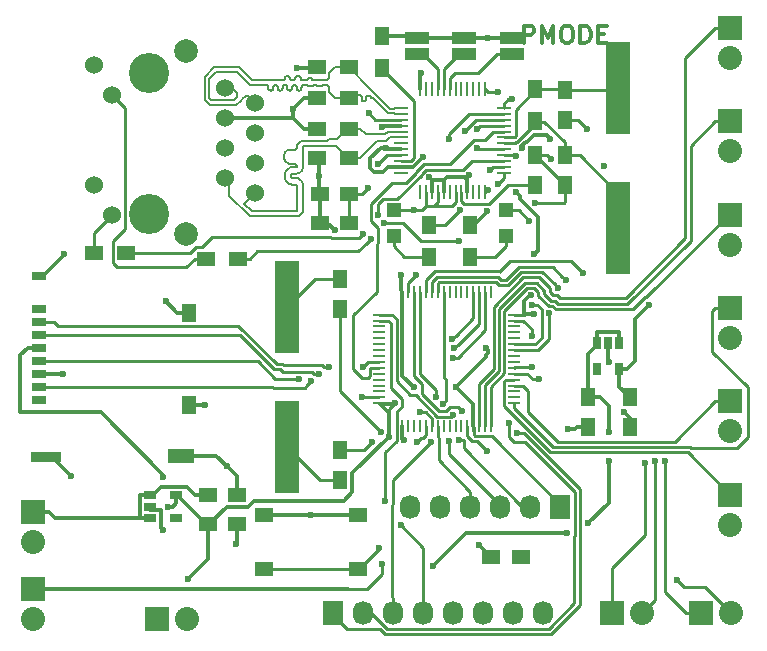
<source format=gbr>
G04 #@! TF.FileFunction,Copper,L1,Top,Signal*
%FSLAX46Y46*%
G04 Gerber Fmt 4.6, Leading zero omitted, Abs format (unit mm)*
G04 Created by KiCad (PCBNEW 4.0.6-e0-6349~53~ubuntu16.04.1) date Mon Jul 24 21:03:44 2017*
%MOMM*%
%LPD*%
G01*
G04 APERTURE LIST*
%ADD10C,0.100000*%
%ADD11C,0.300000*%
%ADD12R,1.300000X0.250000*%
%ADD13R,0.250000X1.300000*%
%ADD14R,1.250000X1.500000*%
%ADD15R,1.500000X1.250000*%
%ADD16R,1.240000X0.800000*%
%ADD17R,1.150000X1.500000*%
%ADD18R,2.200000X1.150000*%
%ADD19R,2.500000X0.950000*%
%ADD20R,1.200000X1.200000*%
%ADD21R,2.000000X1.000000*%
%ADD22R,1.727200X2.032000*%
%ADD23O,1.727200X2.032000*%
%ADD24R,2.032000X2.032000*%
%ADD25O,2.032000X2.032000*%
%ADD26C,1.524000*%
%ADD27C,2.000000*%
%ADD28C,3.400000*%
%ADD29R,1.300000X1.500000*%
%ADD30R,1.500000X1.300000*%
%ADD31R,0.250000X1.000000*%
%ADD32R,1.000000X0.250000*%
%ADD33R,1.060000X0.650000*%
%ADD34R,0.650000X1.060000*%
%ADD35R,2.000000X7.875000*%
%ADD36R,1.550000X1.300000*%
%ADD37C,0.600000*%
%ADD38C,0.350000*%
%ADD39C,0.250000*%
%ADD40C,0.200000*%
G04 APERTURE END LIST*
D10*
D11*
X73035714Y-23278571D02*
X73035714Y-21778571D01*
X73607142Y-21778571D01*
X73750000Y-21850000D01*
X73821428Y-21921429D01*
X73892857Y-22064286D01*
X73892857Y-22278571D01*
X73821428Y-22421429D01*
X73750000Y-22492857D01*
X73607142Y-22564286D01*
X73035714Y-22564286D01*
X74535714Y-23278571D02*
X74535714Y-21778571D01*
X75035714Y-22850000D01*
X75535714Y-21778571D01*
X75535714Y-23278571D01*
X76535714Y-21778571D02*
X76821428Y-21778571D01*
X76964286Y-21850000D01*
X77107143Y-21992857D01*
X77178571Y-22278571D01*
X77178571Y-22778571D01*
X77107143Y-23064286D01*
X76964286Y-23207143D01*
X76821428Y-23278571D01*
X76535714Y-23278571D01*
X76392857Y-23207143D01*
X76250000Y-23064286D01*
X76178571Y-22778571D01*
X76178571Y-22278571D01*
X76250000Y-21992857D01*
X76392857Y-21850000D01*
X76535714Y-21778571D01*
X77821429Y-23278571D02*
X77821429Y-21778571D01*
X78178572Y-21778571D01*
X78392857Y-21850000D01*
X78535715Y-21992857D01*
X78607143Y-22135714D01*
X78678572Y-22421429D01*
X78678572Y-22635714D01*
X78607143Y-22921429D01*
X78535715Y-23064286D01*
X78392857Y-23207143D01*
X78178572Y-23278571D01*
X77821429Y-23278571D01*
X79321429Y-22492857D02*
X79821429Y-22492857D01*
X80035715Y-23278571D02*
X79321429Y-23278571D01*
X79321429Y-21778571D01*
X80035715Y-21778571D01*
D12*
X62650000Y-28750000D03*
X62650000Y-29250000D03*
X62650000Y-29750000D03*
X62650000Y-30250000D03*
X62650000Y-30750000D03*
X62650000Y-31250000D03*
X62650000Y-31750000D03*
X62650000Y-32250000D03*
X62650000Y-32750000D03*
X62650000Y-33250000D03*
X62650000Y-33750000D03*
X62650000Y-34250000D03*
D13*
X64250000Y-35850000D03*
X64750000Y-35850000D03*
X65250000Y-35850000D03*
X65750000Y-35850000D03*
X66250000Y-35850000D03*
X66750000Y-35850000D03*
X67250000Y-35850000D03*
X67750000Y-35850000D03*
X68250000Y-35850000D03*
X68750000Y-35850000D03*
X69250000Y-35850000D03*
X69750000Y-35850000D03*
D12*
X71350000Y-34250000D03*
X71350000Y-33750000D03*
X71350000Y-33250000D03*
X71350000Y-32750000D03*
X71350000Y-32250000D03*
X71350000Y-31750000D03*
X71350000Y-31250000D03*
X71350000Y-30750000D03*
X71350000Y-30250000D03*
X71350000Y-29750000D03*
X71350000Y-29250000D03*
X71350000Y-28750000D03*
D13*
X69750000Y-27150000D03*
X69250000Y-27150000D03*
X68750000Y-27150000D03*
X68250000Y-27150000D03*
X67750000Y-27150000D03*
X67250000Y-27150000D03*
X66750000Y-27150000D03*
X66250000Y-27150000D03*
X65750000Y-27150000D03*
X65250000Y-27150000D03*
X64750000Y-27150000D03*
X64250000Y-27150000D03*
D14*
X57500000Y-43250000D03*
X57500000Y-45750000D03*
X57500000Y-60250000D03*
X57500000Y-57750000D03*
D15*
X46250000Y-61500000D03*
X48750000Y-61500000D03*
X46250000Y-64000000D03*
X48750000Y-64000000D03*
D14*
X78500000Y-53250000D03*
X78500000Y-55750000D03*
X82000000Y-53250000D03*
X82000000Y-55750000D03*
X76500000Y-32750000D03*
X76500000Y-35250000D03*
X76500000Y-27250000D03*
X76500000Y-29750000D03*
D15*
X55750000Y-38500000D03*
X58250000Y-38500000D03*
X55750000Y-36000000D03*
X58250000Y-36000000D03*
D16*
X32000000Y-45750006D03*
X32000000Y-46857148D03*
X32000000Y-47964290D03*
X32000000Y-49071432D03*
X32000000Y-50178574D03*
X32000000Y-51285716D03*
X32000000Y-52392858D03*
X32000000Y-53500000D03*
X32000000Y-43000000D03*
D17*
X44700000Y-46100000D03*
X44700000Y-53900000D03*
D18*
X44000000Y-58200000D03*
D19*
X32600000Y-58300000D03*
D20*
X62000000Y-39600000D03*
X62000000Y-37400000D03*
X71500000Y-39600000D03*
X71500000Y-37400000D03*
D21*
X64000000Y-22800000D03*
X64000000Y-24200000D03*
X68000000Y-22800000D03*
X68000000Y-24200000D03*
X72000000Y-22800000D03*
X72000000Y-24200000D03*
D22*
X76120000Y-62500000D03*
D23*
X73580000Y-62500000D03*
X71040000Y-62500000D03*
X68500000Y-62500000D03*
X65960000Y-62500000D03*
X63420000Y-62500000D03*
D24*
X90500000Y-21960000D03*
D25*
X90500000Y-24500000D03*
D24*
X90500000Y-29868000D03*
D25*
X90500000Y-32408000D03*
D24*
X90500000Y-37776000D03*
D25*
X90500000Y-40316000D03*
D24*
X90500000Y-45684000D03*
D25*
X90500000Y-48224000D03*
D24*
X90500000Y-53592000D03*
D25*
X90500000Y-56132000D03*
D24*
X90500000Y-61500000D03*
D25*
X90500000Y-64040000D03*
D22*
X56880000Y-71500000D03*
D23*
X59420000Y-71500000D03*
X61960000Y-71500000D03*
X64500000Y-71500000D03*
X67040000Y-71500000D03*
X69580000Y-71500000D03*
X72120000Y-71500000D03*
X74660000Y-71500000D03*
D24*
X80460000Y-71500000D03*
D25*
X83000000Y-71500000D03*
D24*
X88000000Y-71500000D03*
D25*
X90540000Y-71500000D03*
D24*
X31500000Y-62960000D03*
D25*
X31500000Y-65500000D03*
D24*
X42000000Y-72000000D03*
D25*
X44540000Y-72000000D03*
D24*
X31500000Y-69460000D03*
D25*
X31500000Y-72000000D03*
D26*
X47700000Y-27050000D03*
X50300000Y-28350000D03*
X47700000Y-29583333D03*
X50300000Y-30883333D03*
X47700000Y-32116666D03*
X50300000Y-33416666D03*
X47700000Y-34649999D03*
X50300000Y-35949999D03*
D27*
X44400000Y-39400000D03*
X44400000Y-23900000D03*
D26*
X38150000Y-27650000D03*
X36650000Y-25100000D03*
X38150000Y-37800000D03*
X36650000Y-35300000D03*
D28*
X41300000Y-37700000D03*
X41300000Y-25800000D03*
D29*
X74000000Y-29850000D03*
X74000000Y-27150000D03*
X61000000Y-25350000D03*
X61000000Y-22650000D03*
D30*
X48850000Y-41500000D03*
X46150000Y-41500000D03*
X39350000Y-41000000D03*
X36650000Y-41000000D03*
D29*
X68500000Y-38650000D03*
X68500000Y-41350000D03*
X65000000Y-38650000D03*
X65000000Y-41350000D03*
D30*
X55500000Y-33000000D03*
X58200000Y-33000000D03*
X55500000Y-30500000D03*
X58200000Y-30500000D03*
X55500000Y-25300000D03*
X58200000Y-25300000D03*
X55500000Y-27900000D03*
X58200000Y-27900000D03*
D31*
X62750000Y-55700000D03*
X63250000Y-55700000D03*
X63750000Y-55700000D03*
X64250000Y-55700000D03*
X64750000Y-55700000D03*
X65250000Y-55700000D03*
X65750000Y-55700000D03*
X66250000Y-55700000D03*
X66750000Y-55700000D03*
X67250000Y-55700000D03*
X67750000Y-55700000D03*
X68250000Y-55700000D03*
X68750000Y-55700000D03*
X69250000Y-55700000D03*
X69750000Y-55700000D03*
X70250000Y-55700000D03*
D32*
X72200000Y-53750000D03*
X72200000Y-53250000D03*
X72200000Y-52750000D03*
X72200000Y-52250000D03*
X72200000Y-51750000D03*
X72200000Y-51250000D03*
X72200000Y-50750000D03*
X72200000Y-50250000D03*
X72200000Y-49750000D03*
X72200000Y-49250000D03*
X72200000Y-48750000D03*
X72200000Y-48250000D03*
X72200000Y-47750000D03*
X72200000Y-47250000D03*
X72200000Y-46750000D03*
X72200000Y-46250000D03*
D31*
X70250000Y-44300000D03*
X69750000Y-44300000D03*
X69250000Y-44300000D03*
X68750000Y-44300000D03*
X68250000Y-44300000D03*
X67750000Y-44300000D03*
X67250000Y-44300000D03*
X66750000Y-44300000D03*
X66250000Y-44300000D03*
X65750000Y-44300000D03*
X65250000Y-44300000D03*
X64750000Y-44300000D03*
X64250000Y-44300000D03*
X63750000Y-44300000D03*
X63250000Y-44300000D03*
X62750000Y-44300000D03*
D32*
X60800000Y-46250000D03*
X60800000Y-46750000D03*
X60800000Y-47250000D03*
X60800000Y-47750000D03*
X60800000Y-48250000D03*
X60800000Y-48750000D03*
X60800000Y-49250000D03*
X60800000Y-49750000D03*
X60800000Y-50250000D03*
X60800000Y-50750000D03*
X60800000Y-51250000D03*
X60800000Y-51750000D03*
X60800000Y-52250000D03*
X60800000Y-52750000D03*
X60800000Y-53250000D03*
X60800000Y-53750000D03*
D33*
X41400000Y-61550000D03*
X41400000Y-62500000D03*
X41400000Y-63450000D03*
X43600000Y-63450000D03*
X43600000Y-61550000D03*
D34*
X81125000Y-48610952D03*
X80175000Y-48610952D03*
X79225000Y-48610952D03*
X79225000Y-50810952D03*
X81125000Y-50810952D03*
D35*
X53000000Y-57437500D03*
X53000000Y-45562500D03*
X81000000Y-38937500D03*
X81000000Y-27062500D03*
D14*
X74000000Y-35250000D03*
X74000000Y-32750000D03*
D15*
X70250000Y-66750000D03*
X72750000Y-66750000D03*
D36*
X51025000Y-63250000D03*
X58975000Y-63250000D03*
X51025000Y-67750000D03*
X58975000Y-67750000D03*
D37*
X55000000Y-63250000D03*
X73700000Y-48100000D03*
X63900000Y-42900000D03*
X34000000Y-51300000D03*
X34700000Y-59900000D03*
X42500000Y-64500000D03*
X48700000Y-65700000D03*
X47900000Y-59100000D03*
X46000000Y-53900000D03*
X42700000Y-45100000D03*
X34100000Y-41100000D03*
X69900000Y-57800000D03*
X59300000Y-53200000D03*
X81500000Y-54500000D03*
X76800000Y-55900000D03*
X80200000Y-50300000D03*
X69100000Y-32100000D03*
X79800000Y-33700000D03*
X75300000Y-33100000D03*
X78400000Y-30500000D03*
X74000000Y-36800000D03*
X73500000Y-38300000D03*
X63700000Y-37400000D03*
X59800000Y-35500000D03*
X60700000Y-33500000D03*
X59900000Y-29200000D03*
X70000000Y-22800000D03*
X64300000Y-25800000D03*
X73900000Y-46200000D03*
X73900000Y-41123740D03*
X73627373Y-44623806D03*
X42910359Y-62526368D03*
X72374990Y-32794267D03*
X72374990Y-35900000D03*
X62600000Y-42900000D03*
X57000000Y-39100000D03*
X63700000Y-52400000D03*
X69800000Y-49100000D03*
X67300000Y-52400000D03*
X62100000Y-53700000D03*
X62900000Y-56900000D03*
X61600000Y-56600000D03*
X44600000Y-68600000D03*
X42500000Y-60000000D03*
X55700000Y-34500000D03*
X53800000Y-25400000D03*
X53500000Y-28800000D03*
X61327426Y-32137127D03*
X61000000Y-30375010D03*
X65013044Y-34614387D03*
X64500000Y-32900000D03*
X68400000Y-34400000D03*
X72874996Y-32104923D03*
X75269572Y-31345883D03*
X83600000Y-45400000D03*
X56500000Y-50700000D03*
X59369750Y-50709077D03*
X55700000Y-51300000D03*
X66665579Y-31414111D03*
X66945415Y-48339506D03*
X54000000Y-51700000D03*
X69100000Y-30500000D03*
X67000000Y-49900000D03*
X55000000Y-51900000D03*
X68008051Y-30708051D03*
X67147212Y-49113649D03*
X67054807Y-54704939D03*
X66702167Y-56959016D03*
X74325010Y-51700000D03*
X72425010Y-56300000D03*
X73700000Y-50700000D03*
X71800000Y-55400000D03*
X66173776Y-53777069D03*
X65200000Y-57000000D03*
X61300000Y-62000000D03*
X62600000Y-64100000D03*
X75940271Y-43996004D03*
X83300000Y-58800000D03*
X76600000Y-43325010D03*
X84100000Y-58600000D03*
X85000000Y-58600000D03*
X78000000Y-42700000D03*
X65600000Y-53200000D03*
X86000000Y-68700000D03*
X60079131Y-39849836D03*
X61200000Y-38500000D03*
X67500000Y-40000000D03*
X70800000Y-35200000D03*
X59412022Y-39408265D03*
X60700000Y-37800000D03*
X69974990Y-35710087D03*
X69900000Y-37500000D03*
X70192404Y-33962206D03*
X67625010Y-37395131D03*
X75150012Y-46134901D03*
X70800000Y-27400000D03*
X73745493Y-45415050D03*
X72000000Y-28025010D03*
X67807575Y-54434090D03*
X67500000Y-56900000D03*
X64202024Y-54528668D03*
X60924990Y-56165143D03*
X60172695Y-57072695D03*
X64000000Y-57000000D03*
X60750000Y-66000000D03*
X69250000Y-65750000D03*
X61000000Y-67400000D03*
X65300000Y-67500000D03*
X76700000Y-64700000D03*
X78500000Y-63900000D03*
X80200000Y-58600000D03*
X80200000Y-56200000D03*
D38*
X55000000Y-63250000D02*
X51025000Y-63250000D01*
X58975000Y-63250000D02*
X55000000Y-63250000D01*
D39*
X72950000Y-46750000D02*
X73700000Y-47500000D01*
X72200000Y-46750000D02*
X72950000Y-46750000D01*
X73700000Y-47500000D02*
X73700000Y-48100000D01*
X63250000Y-44300000D02*
X63250000Y-43550000D01*
X63250000Y-43550000D02*
X63900000Y-42900000D01*
D38*
X32000000Y-51285716D02*
X33985716Y-51285716D01*
X33985716Y-51285716D02*
X34000000Y-51300000D01*
X32600000Y-58300000D02*
X33100000Y-58300000D01*
X33100000Y-58300000D02*
X34700000Y-59900000D01*
X42305001Y-64305001D02*
X42500000Y-64500000D01*
X41400000Y-62500000D02*
X41400000Y-62749999D01*
X41400000Y-62749999D02*
X42230001Y-62749999D01*
X42230001Y-62749999D02*
X42305001Y-62824999D01*
X42305001Y-62824999D02*
X42305001Y-64305001D01*
X48750000Y-64000000D02*
X48750000Y-65650000D01*
X48750000Y-65650000D02*
X48700000Y-65700000D01*
X47900000Y-59100000D02*
X48750000Y-59950000D01*
X47000000Y-58200000D02*
X47900000Y-59100000D01*
X48750000Y-59950000D02*
X48750000Y-61500000D01*
X44000000Y-58200000D02*
X47000000Y-58200000D01*
X44700000Y-53900000D02*
X46000000Y-53900000D01*
X44700000Y-46100000D02*
X43700000Y-46100000D01*
X43700000Y-46100000D02*
X42700000Y-45100000D01*
D39*
X32000000Y-43000000D02*
X32220000Y-43000000D01*
X32220000Y-43000000D02*
X34100000Y-41120000D01*
X34100000Y-41120000D02*
X34100000Y-41100000D01*
X68250000Y-55700000D02*
X68250000Y-56546413D01*
X68250000Y-56546413D02*
X68678599Y-56975012D01*
X68678599Y-56975012D02*
X69075012Y-56975012D01*
X69075012Y-56975012D02*
X69900000Y-57800000D01*
X60800000Y-53250000D02*
X59350000Y-53250000D01*
X59350000Y-53250000D02*
X59300000Y-53200000D01*
D38*
X82000000Y-55750000D02*
X82000000Y-55000000D01*
X82000000Y-55000000D02*
X81500000Y-54500000D01*
X77375000Y-55900000D02*
X76800000Y-55900000D01*
X78500000Y-55750000D02*
X77525000Y-55750000D01*
X77525000Y-55750000D02*
X77375000Y-55900000D01*
X80175000Y-48610952D02*
X80175000Y-50275000D01*
X80175000Y-50275000D02*
X80200000Y-50300000D01*
D39*
X72200000Y-46750000D02*
X72200000Y-46799999D01*
X71350000Y-32250000D02*
X69250000Y-32250000D01*
X69250000Y-32250000D02*
X69100000Y-32100000D01*
X74000000Y-32750000D02*
X74950000Y-32750000D01*
X74950000Y-32750000D02*
X75300000Y-33100000D01*
X76500000Y-29750000D02*
X77650000Y-29750000D01*
X77650000Y-29750000D02*
X78400000Y-30500000D01*
X76500000Y-35250000D02*
X74000000Y-32750000D01*
X76400000Y-36800000D02*
X76500000Y-36700000D01*
X76500000Y-36700000D02*
X76500000Y-35250000D01*
X74000000Y-36800000D02*
X76400000Y-36800000D01*
X71500000Y-37400000D02*
X72600000Y-37400000D01*
X72600000Y-37400000D02*
X73500000Y-38300000D01*
X63700000Y-37400000D02*
X64400000Y-37400000D01*
X62000000Y-37400000D02*
X63700000Y-37400000D01*
X65450000Y-37050000D02*
X66950000Y-37050000D01*
X66950000Y-37050000D02*
X67250000Y-36750000D01*
X67250000Y-36750000D02*
X67250000Y-35850000D01*
X64750000Y-37050000D02*
X65450000Y-37050000D01*
X65450000Y-37050000D02*
X65750000Y-36750000D01*
X65750000Y-36750000D02*
X65750000Y-35850000D01*
X64400000Y-37400000D02*
X64750000Y-37050000D01*
X64750000Y-37050000D02*
X64750000Y-35850000D01*
X58250000Y-36000000D02*
X59300000Y-36000000D01*
X59300000Y-36000000D02*
X59800000Y-35500000D01*
X58250000Y-38500000D02*
X58250000Y-37625000D01*
X58250000Y-37625000D02*
X58250000Y-36000000D01*
X61450000Y-32750000D02*
X60700000Y-33500000D01*
X62650000Y-32750000D02*
X61450000Y-32750000D01*
X60450000Y-29750000D02*
X59900000Y-29200000D01*
X62650000Y-29750000D02*
X60450000Y-29750000D01*
D38*
X70000000Y-22800000D02*
X72000000Y-22800000D01*
X68000000Y-22800000D02*
X70000000Y-22800000D01*
X64000000Y-22800000D02*
X68000000Y-22800000D01*
X61000000Y-22650000D02*
X63850000Y-22650000D01*
X63850000Y-22650000D02*
X64000000Y-22800000D01*
X64250000Y-27150000D02*
X64250000Y-25850000D01*
X64250000Y-25850000D02*
X64300000Y-25800000D01*
D39*
X57500000Y-43250000D02*
X55312500Y-43250000D01*
X55312500Y-43250000D02*
X53000000Y-45562500D01*
X55812500Y-60250000D02*
X53000000Y-57437500D01*
X57500000Y-60250000D02*
X55812500Y-60250000D01*
D38*
X46250000Y-64000000D02*
X46375000Y-64000000D01*
X49674998Y-62500000D02*
X50174998Y-62000000D01*
X50174998Y-62000000D02*
X57800002Y-62000000D01*
X46375000Y-64000000D02*
X47875000Y-62500000D01*
X47875000Y-62500000D02*
X49674998Y-62500000D01*
X58500001Y-61300001D02*
X58500001Y-59699999D01*
X57800002Y-62000000D02*
X58500001Y-61300001D01*
X58500001Y-59699999D02*
X61600000Y-56600000D01*
D39*
X61600000Y-54550000D02*
X61600000Y-54200000D01*
X61600000Y-54200000D02*
X62100000Y-53700000D01*
X61600000Y-54550000D02*
X60850000Y-53800000D01*
D38*
X60850000Y-53800000D02*
X62000000Y-53800000D01*
X62000000Y-53800000D02*
X62100000Y-53700000D01*
D39*
X72200000Y-46250000D02*
X73050000Y-46250000D01*
X73050000Y-46250000D02*
X73100000Y-46200000D01*
D38*
X73475736Y-46200000D02*
X73900000Y-46200000D01*
X73050000Y-45111539D02*
X73537733Y-44623806D01*
X72674989Y-36199999D02*
X72674989Y-36473991D01*
X73100000Y-46200000D02*
X73475736Y-46200000D01*
X73537733Y-44623806D02*
X73627373Y-44623806D01*
X72374990Y-35900000D02*
X72674989Y-36199999D01*
X73050000Y-46250000D02*
X73050000Y-45111539D01*
X74199999Y-40823741D02*
X73900000Y-41123740D01*
X72674989Y-36473991D02*
X74199999Y-37999001D01*
X74199999Y-37999001D02*
X74199999Y-40823741D01*
X43298632Y-62526368D02*
X42910359Y-62526368D01*
X43600000Y-61550000D02*
X43600000Y-62225000D01*
X43600000Y-62225000D02*
X43298632Y-62526368D01*
D39*
X68799999Y-55749999D02*
X68750000Y-55700000D01*
X70297401Y-56525001D02*
X68864999Y-56525001D01*
X68799999Y-56460001D02*
X68799999Y-55749999D01*
X68864999Y-56525001D02*
X68799999Y-56460001D01*
X76120000Y-62347600D02*
X70297401Y-56525001D01*
X76120000Y-62500000D02*
X76120000Y-62347600D01*
X72330723Y-32750000D02*
X72374990Y-32794267D01*
X71350000Y-32750000D02*
X72330723Y-32750000D01*
D38*
X62600000Y-42900000D02*
X62600000Y-44150000D01*
X62600000Y-44150000D02*
X62750000Y-44300000D01*
X55750000Y-38500000D02*
X56400000Y-38500000D01*
X56400000Y-38500000D02*
X57000000Y-39100000D01*
X62750000Y-44300000D02*
X62750000Y-51450000D01*
X62750000Y-51450000D02*
X63700000Y-52400000D01*
X69974967Y-49300000D02*
X69974967Y-49274967D01*
X69974967Y-49274967D02*
X69800000Y-49100000D01*
X69849967Y-49650033D02*
X69974967Y-49525033D01*
X67300000Y-52400000D02*
X69849967Y-49850033D01*
X69849967Y-49850033D02*
X69849967Y-49650033D01*
X69974967Y-49525033D02*
X69974967Y-49300000D01*
X67599999Y-52699999D02*
X67300000Y-52400000D01*
X68750000Y-53850000D02*
X67599999Y-52699999D01*
X68750000Y-55700000D02*
X68750000Y-53850000D01*
X61600000Y-56600000D02*
X61600000Y-54550000D01*
X62900000Y-56900000D02*
X62750000Y-56750000D01*
X62750000Y-56750000D02*
X62750000Y-55700000D01*
X44600000Y-68600000D02*
X46250000Y-66950000D01*
X46250000Y-66950000D02*
X46250000Y-64000000D01*
X32000000Y-49071432D02*
X31030000Y-49071432D01*
X31030000Y-49071432D02*
X30400000Y-49701432D01*
X30400000Y-49701432D02*
X30400000Y-54500000D01*
X30400000Y-54500000D02*
X37200000Y-54500000D01*
X37200000Y-54500000D02*
X42500000Y-59800000D01*
X42500000Y-59800000D02*
X42500000Y-60000000D01*
X55750000Y-36000000D02*
X55750000Y-38500000D01*
X55700000Y-34500000D02*
X55700000Y-35950000D01*
X55700000Y-35950000D02*
X55750000Y-36000000D01*
X55700000Y-34500000D02*
X55700000Y-33200000D01*
X55700000Y-33200000D02*
X55500000Y-33000000D01*
X53800000Y-25400000D02*
X55400000Y-25400000D01*
X55400000Y-25400000D02*
X55500000Y-25300000D01*
X55500000Y-27900000D02*
X54400000Y-27900000D01*
X54400000Y-27900000D02*
X53500000Y-28800000D01*
X53500000Y-28800000D02*
X53500000Y-29600000D01*
X48794297Y-29600000D02*
X53500000Y-29600000D01*
X53500000Y-29600000D02*
X54400000Y-30500000D01*
X54400000Y-30500000D02*
X55500000Y-30500000D01*
X47700000Y-29583333D02*
X48777630Y-29583333D01*
X48777630Y-29583333D02*
X48794297Y-29600000D01*
X46250000Y-64000000D02*
X46125000Y-64000000D01*
X46125000Y-64000000D02*
X43675000Y-61550000D01*
X43675000Y-61550000D02*
X43600000Y-61550000D01*
X60024998Y-33824002D02*
X60024998Y-33015291D01*
X61124002Y-34175002D02*
X60375998Y-34175002D01*
X60375998Y-34175002D02*
X60024998Y-33824002D01*
X61549004Y-33750000D02*
X61124002Y-34175002D01*
X62650000Y-32250000D02*
X61440299Y-32250000D01*
X60024998Y-33015291D02*
X60903162Y-32137127D01*
X60903162Y-32137127D02*
X61327426Y-32137127D01*
X61440299Y-32250000D02*
X61327426Y-32137127D01*
X62650000Y-33750000D02*
X61549004Y-33750000D01*
X61125010Y-30250000D02*
X61000000Y-30375010D01*
X62650000Y-30250000D02*
X61125010Y-30250000D01*
X65223656Y-34824999D02*
X65013044Y-34614387D01*
X65275001Y-34824999D02*
X65223656Y-34824999D01*
X64500000Y-32900000D02*
X63650000Y-33750000D01*
X63650000Y-33750000D02*
X62650000Y-33750000D01*
X66250000Y-34850000D02*
X66224999Y-34824999D01*
X66224999Y-34824999D02*
X65275001Y-34824999D01*
X65275001Y-34824999D02*
X65250000Y-34850000D01*
X65250000Y-34850000D02*
X65250000Y-35850000D01*
X66500000Y-34600000D02*
X66250000Y-34850000D01*
X66250000Y-34850000D02*
X66250000Y-35850000D01*
X68000000Y-34600000D02*
X66500000Y-34600000D01*
X68250000Y-35850000D02*
X68250000Y-34850000D01*
X68250000Y-34850000D02*
X68000000Y-34600000D01*
X68400000Y-34400000D02*
X68250000Y-34550000D01*
X68250000Y-34550000D02*
X68250000Y-35850000D01*
X72874996Y-31928539D02*
X72874996Y-32104923D01*
X73275001Y-31624999D02*
X73178536Y-31624999D01*
X73178536Y-31624999D02*
X72874996Y-31928539D01*
X75269572Y-31345883D02*
X74969573Y-31045884D01*
X73854116Y-31045884D02*
X73275001Y-31624999D01*
X74969573Y-31045884D02*
X73854116Y-31045884D01*
X82400000Y-50210952D02*
X82400000Y-46600000D01*
X82400000Y-46600000D02*
X83600000Y-45400000D01*
X81125000Y-50810952D02*
X81800000Y-50810952D01*
X81800000Y-50810952D02*
X82400000Y-50210952D01*
X81125000Y-50810952D02*
X81125000Y-52375000D01*
X81125000Y-52375000D02*
X82000000Y-53250000D01*
D39*
X72250000Y-31750000D02*
X71350000Y-31750000D01*
X72349988Y-31650012D02*
X72250000Y-31750000D01*
X74000000Y-30096413D02*
X72446401Y-31650012D01*
X74000000Y-29950000D02*
X74000000Y-30096413D01*
X72446401Y-31650012D02*
X72349988Y-31650012D01*
X76500000Y-31674998D02*
X74775002Y-29950000D01*
X74775002Y-29950000D02*
X74000000Y-29950000D01*
X76500000Y-32750000D02*
X76500000Y-31674998D01*
X74000000Y-29850000D02*
X74000000Y-29950000D01*
X76500000Y-32750000D02*
X77750000Y-32750000D01*
X77750000Y-32750000D02*
X81000000Y-36000000D01*
X81000000Y-36000000D02*
X81000000Y-38937500D01*
X71399999Y-31200001D02*
X71350000Y-31250000D01*
X72260001Y-31200001D02*
X71399999Y-31200001D01*
X72325001Y-31135001D02*
X72260001Y-31200001D01*
X72325001Y-28924999D02*
X72325001Y-31135001D01*
X74000000Y-27250000D02*
X72325001Y-28924999D01*
X74000000Y-27150000D02*
X74000000Y-27250000D01*
X74000000Y-27150000D02*
X76400000Y-27150000D01*
X76400000Y-27150000D02*
X76500000Y-27250000D01*
X76500000Y-27250000D02*
X80812500Y-27250000D01*
X80812500Y-27250000D02*
X81000000Y-27062500D01*
X56075736Y-50700000D02*
X56500000Y-50700000D01*
X32000000Y-46857148D02*
X33257148Y-46857148D01*
X33257148Y-46857148D02*
X33575001Y-47175001D01*
X48850737Y-47175001D02*
X52100723Y-50424987D01*
X52711405Y-50549990D02*
X55925726Y-50549990D01*
X52586402Y-50424987D02*
X52711405Y-50549990D01*
X33575001Y-47175001D02*
X48850737Y-47175001D01*
X55925726Y-50549990D02*
X56075736Y-50700000D01*
X52100723Y-50424987D02*
X52586402Y-50424987D01*
X59669749Y-50409078D02*
X59369750Y-50709077D01*
X60800000Y-50250000D02*
X59828827Y-50250000D01*
X59828827Y-50250000D02*
X59669749Y-50409078D01*
X52400002Y-50874998D02*
X52600003Y-51074999D01*
X55050735Y-51074999D02*
X55275736Y-51300000D01*
X51874998Y-50874998D02*
X52400002Y-50874998D01*
X32000000Y-47964290D02*
X48964290Y-47964290D01*
X52600003Y-51074999D02*
X55050735Y-51074999D01*
X48964290Y-47964290D02*
X51874998Y-50874998D01*
X55275736Y-51300000D02*
X55700000Y-51300000D01*
X66665579Y-30989847D02*
X66665579Y-31414111D01*
X71350000Y-29250000D02*
X68405426Y-29250000D01*
X68405426Y-29250000D02*
X66665579Y-30989847D01*
X68750000Y-46534921D02*
X67245414Y-48039507D01*
X67245414Y-48039507D02*
X66945415Y-48339506D01*
X68750000Y-44300000D02*
X68750000Y-46534921D01*
X50478570Y-50178574D02*
X51999996Y-51700000D01*
X53575736Y-51700000D02*
X54000000Y-51700000D01*
X51999996Y-51700000D02*
X53575736Y-51700000D01*
X32000000Y-50178574D02*
X50478570Y-50178574D01*
X69100000Y-30500000D02*
X69350000Y-30250000D01*
X69350000Y-30250000D02*
X71350000Y-30250000D01*
X69750000Y-47574264D02*
X67424264Y-49900000D01*
X69750000Y-44300000D02*
X69750000Y-47574264D01*
X67424264Y-49900000D02*
X67000000Y-49900000D01*
X32000000Y-52392858D02*
X51767852Y-52392858D01*
X54700001Y-52199999D02*
X55000000Y-51900000D01*
X51767852Y-52392858D02*
X51799998Y-52425004D01*
X51799998Y-52425004D02*
X54474996Y-52425004D01*
X54474996Y-52425004D02*
X54700001Y-52199999D01*
X68966102Y-29750000D02*
X68308050Y-30408052D01*
X71350000Y-29750000D02*
X68966102Y-29750000D01*
X68308050Y-30408052D02*
X68008051Y-30708051D01*
X69250000Y-44300000D02*
X69250000Y-47010861D01*
X67447211Y-48813650D02*
X67147212Y-49113649D01*
X69250000Y-47010861D02*
X67447211Y-48813650D01*
X65000000Y-41350000D02*
X62900000Y-41350000D01*
X62900000Y-41350000D02*
X62000000Y-40450000D01*
X62000000Y-40450000D02*
X62000000Y-39600000D01*
X68500000Y-41350000D02*
X70600000Y-41350000D01*
X70600000Y-41350000D02*
X71500000Y-40450000D01*
X71500000Y-40450000D02*
X71500000Y-39600000D01*
X65750000Y-27150000D02*
X65750000Y-25450000D01*
X65750000Y-25450000D02*
X64500000Y-24200000D01*
X64500000Y-24200000D02*
X64000000Y-24200000D01*
X66250000Y-27150000D02*
X66250000Y-25450000D01*
X66250000Y-25450000D02*
X67500000Y-24200000D01*
X67500000Y-24200000D02*
X68000000Y-24200000D01*
X67200000Y-25800000D02*
X69150000Y-25800000D01*
X69150000Y-25800000D02*
X70750000Y-24200000D01*
X70750000Y-24200000D02*
X72000000Y-24200000D01*
X66750000Y-27150000D02*
X66750000Y-26250000D01*
X66750000Y-26250000D02*
X67200000Y-25800000D01*
X66884747Y-54874999D02*
X67054807Y-54704939D01*
X61886411Y-46250000D02*
X62249989Y-46613578D01*
X60800000Y-46250000D02*
X61886411Y-46250000D01*
X63399998Y-53025002D02*
X63860286Y-53025002D01*
X63860286Y-53025002D02*
X65710283Y-54874999D01*
X65710283Y-54874999D02*
X66884747Y-54874999D01*
X62249989Y-51874993D02*
X63399998Y-53025002D01*
X62249989Y-46613578D02*
X62249989Y-51874993D01*
X66702167Y-57383280D02*
X66702167Y-56959016D01*
X71040000Y-62347600D02*
X66702167Y-58009767D01*
X71040000Y-62500000D02*
X71040000Y-62347600D01*
X66702167Y-58009767D02*
X66702167Y-57383280D01*
X70474977Y-45578378D02*
X70474977Y-50855788D01*
X90500000Y-21960000D02*
X89234000Y-21960000D01*
X70474977Y-50855788D02*
X69250000Y-52080765D01*
X75225024Y-44023633D02*
X74300174Y-43098783D01*
X86700000Y-24494000D02*
X86700000Y-39800000D01*
X75822813Y-44609878D02*
X75491898Y-44609878D01*
X74300174Y-43098783D02*
X72954572Y-43098783D01*
X72954572Y-43098783D02*
X70474977Y-45578378D01*
X69250000Y-52080765D02*
X69250000Y-54950000D01*
X89234000Y-21960000D02*
X86700000Y-24494000D01*
X75491898Y-44609878D02*
X75225024Y-44343004D01*
X76062925Y-44849990D02*
X75822813Y-44609878D01*
X86700000Y-39800000D02*
X81650010Y-44849990D01*
X69250000Y-54950000D02*
X69250000Y-55700000D01*
X81650010Y-44849990D02*
X76062925Y-44849990D01*
X75225024Y-44343004D02*
X75225024Y-44023633D01*
X75900024Y-45323500D02*
X75636413Y-45059889D01*
X69750000Y-52217176D02*
X69750000Y-54950000D01*
X74775013Y-44529405D02*
X74775013Y-44210033D01*
X75636413Y-45059889D02*
X75305497Y-45059889D01*
X90500000Y-29868000D02*
X89234000Y-29868000D01*
X75305497Y-45059889D02*
X74775013Y-44529405D01*
X74775013Y-44210033D02*
X74113774Y-43548794D01*
X74113774Y-43548794D02*
X73140972Y-43548794D01*
X73140972Y-43548794D02*
X70924988Y-45764778D01*
X70924988Y-51042188D02*
X69750000Y-52217176D01*
X69750000Y-54950000D02*
X69750000Y-55700000D01*
X81786423Y-45349988D02*
X75926511Y-45349988D01*
X70924988Y-45764778D02*
X70924988Y-51042188D01*
X75926511Y-45349988D02*
X75900024Y-45323500D01*
X89234000Y-29868000D02*
X87150011Y-31951989D01*
X87150011Y-39986400D02*
X81786423Y-45349988D01*
X87150011Y-31951989D02*
X87150011Y-39986400D01*
X71374999Y-51228589D02*
X70250000Y-52353588D01*
X70250000Y-54950000D02*
X70250000Y-55700000D01*
X90500000Y-37776000D02*
X90360411Y-37776000D01*
X90360411Y-37776000D02*
X83361413Y-44774998D01*
X75740112Y-45799999D02*
X75450013Y-45509900D01*
X73927374Y-43998805D02*
X73327372Y-43998805D01*
X75450013Y-45509900D02*
X75119098Y-45509900D01*
X74252374Y-44323805D02*
X73927374Y-43998805D01*
X71374999Y-45951178D02*
X71374999Y-51228589D01*
X82274997Y-45799999D02*
X75740112Y-45799999D01*
X83299998Y-44774998D02*
X82274997Y-45799999D01*
X83361413Y-44774998D02*
X83299998Y-44774998D01*
X74252374Y-44643176D02*
X74252374Y-44323805D01*
X75119098Y-45509900D02*
X74252374Y-44643176D01*
X70250000Y-52353588D02*
X70250000Y-54950000D01*
X73327372Y-43998805D02*
X71374999Y-45951178D01*
X72200000Y-54125000D02*
X72200000Y-53750000D01*
X75524989Y-57449989D02*
X72200000Y-54125000D01*
X87186400Y-57549989D02*
X87086400Y-57449989D01*
X91066693Y-57549989D02*
X87186400Y-57549989D01*
X92000000Y-56616682D02*
X91066693Y-57549989D01*
X92000000Y-52400000D02*
X92000000Y-56616682D01*
X89000000Y-45918000D02*
X89000000Y-49400000D01*
X90500000Y-45684000D02*
X89234000Y-45684000D01*
X89234000Y-45684000D02*
X89000000Y-45918000D01*
X87086400Y-57449989D02*
X75524989Y-57449989D01*
X89000000Y-49400000D02*
X92000000Y-52400000D01*
X75899978Y-56999978D02*
X73400000Y-54500000D01*
X85826022Y-56999978D02*
X75899978Y-56999978D01*
X90500000Y-53592000D02*
X89234000Y-53592000D01*
X73400000Y-54500000D02*
X73400000Y-52700000D01*
X89234000Y-53592000D02*
X85826022Y-56999978D01*
X73400000Y-52700000D02*
X72950000Y-52250000D01*
X72950000Y-52250000D02*
X72200000Y-52250000D01*
X71374999Y-54017575D02*
X71374999Y-51864999D01*
X71489998Y-51750000D02*
X72200000Y-51750000D01*
X75257424Y-57900000D02*
X71374999Y-54017575D01*
X90500000Y-61500000D02*
X86900000Y-57900000D01*
X86900000Y-57900000D02*
X75257424Y-57900000D01*
X71374999Y-51864999D02*
X71489998Y-51750000D01*
X72849274Y-56300000D02*
X72425010Y-56300000D01*
X56880000Y-71500000D02*
X56880000Y-71652400D01*
X77775013Y-61054000D02*
X73021013Y-56300000D01*
X75338738Y-73291021D02*
X77758612Y-70871147D01*
X61281262Y-73291021D02*
X75338738Y-73291021D01*
X56880000Y-71652400D02*
X58068610Y-72841010D01*
X77758612Y-70871147D02*
X77758612Y-65202803D01*
X73021013Y-56300000D02*
X72849274Y-56300000D01*
X77758612Y-65202803D02*
X77775013Y-65186402D01*
X58068610Y-72841010D02*
X60831252Y-72841010D01*
X77775013Y-65186402D02*
X77775013Y-61054000D01*
X60831252Y-72841010D02*
X61281262Y-73291021D01*
X73774998Y-51700000D02*
X73900746Y-51700000D01*
X73324998Y-51250000D02*
X73774998Y-51700000D01*
X72200000Y-51250000D02*
X73324998Y-51250000D01*
X73900746Y-51700000D02*
X74325010Y-51700000D01*
X72200000Y-57000000D02*
X71800000Y-56600000D01*
X71800000Y-56600000D02*
X71800000Y-55824264D01*
X71800000Y-55824264D02*
X71800000Y-55400000D01*
X77308601Y-65016403D02*
X77325002Y-65000002D01*
X59420000Y-71500000D02*
X60126652Y-71500000D01*
X77325002Y-61240400D02*
X73084602Y-57000000D01*
X61467662Y-72841010D02*
X75152338Y-72841010D01*
X73084602Y-57000000D02*
X72200000Y-57000000D01*
X60126652Y-71500000D02*
X61467662Y-72841010D01*
X77308601Y-70684747D02*
X77308601Y-65016403D01*
X75152338Y-72841010D02*
X77308601Y-70684747D01*
X77325002Y-65000002D02*
X77325002Y-61240400D01*
X73700000Y-50700000D02*
X72250000Y-50700000D01*
X72250000Y-50700000D02*
X72200000Y-50750000D01*
X66250000Y-51524996D02*
X66473775Y-51748771D01*
X66250000Y-44300000D02*
X66250000Y-51524996D01*
X66473775Y-51748771D02*
X66473775Y-53477070D01*
X66473775Y-53477070D02*
X66173776Y-53777069D01*
X61925001Y-60274999D02*
X64900001Y-57299999D01*
X61925001Y-62300001D02*
X61925001Y-60274999D01*
X61900000Y-70174000D02*
X61900000Y-62325002D01*
X61960000Y-70234000D02*
X61900000Y-70174000D01*
X64900001Y-57299999D02*
X65200000Y-57000000D01*
X61900000Y-62325002D02*
X61925001Y-62300001D01*
X61960000Y-71500000D02*
X61960000Y-70234000D01*
X62249989Y-54475015D02*
X62725002Y-54000002D01*
X61550000Y-46750000D02*
X60800000Y-46750000D01*
X62725002Y-54000002D02*
X62725002Y-53399998D01*
X62249989Y-56957111D02*
X62249989Y-54475015D01*
X61300000Y-62000000D02*
X61300000Y-57907100D01*
X61799980Y-52474976D02*
X61799980Y-46999980D01*
X61799980Y-46999980D02*
X61550000Y-46750000D01*
X62725002Y-53399998D02*
X61799980Y-52474976D01*
X61300000Y-57907100D02*
X62249989Y-56957111D01*
X64500000Y-71500000D02*
X64500000Y-66000000D01*
X64500000Y-66000000D02*
X62600000Y-64100000D01*
X74593039Y-42648772D02*
X75640272Y-43696005D01*
X65864999Y-43474999D02*
X70635001Y-43474999D01*
X70635001Y-43474999D02*
X70893967Y-43733965D01*
X70893967Y-43733965D02*
X71682979Y-43733965D01*
X75640272Y-43696005D02*
X75940271Y-43996004D01*
X72768172Y-42648772D02*
X74593039Y-42648772D01*
X71682979Y-43733965D02*
X72768172Y-42648772D01*
X65750000Y-44300000D02*
X65750000Y-43589997D01*
X65750000Y-43589997D02*
X65864999Y-43474999D01*
X83300000Y-64900000D02*
X80460000Y-67740000D01*
X80460000Y-67740000D02*
X80460000Y-71500000D01*
X83300000Y-58800000D02*
X83300000Y-64900000D01*
X72581772Y-42198761D02*
X75473751Y-42198761D01*
X65250000Y-43453587D02*
X65678599Y-43024988D01*
X71496580Y-43283954D02*
X72581772Y-42198761D01*
X71080367Y-43283954D02*
X71496580Y-43283954D01*
X75473751Y-42198761D02*
X76300001Y-43025011D01*
X76300001Y-43025011D02*
X76600000Y-43325010D01*
X65678599Y-43024988D02*
X70821401Y-43024988D01*
X65250000Y-44300000D02*
X65250000Y-43453587D01*
X70821401Y-43024988D02*
X71080367Y-43283954D01*
X84100000Y-58600000D02*
X84100000Y-70400000D01*
X84100000Y-70400000D02*
X83000000Y-71500000D01*
X77700001Y-42400001D02*
X78000000Y-42700000D01*
X71834028Y-41748750D02*
X77048750Y-41748750D01*
X77048750Y-41748750D02*
X77700001Y-42400001D01*
X71007801Y-42574977D02*
X71834028Y-41748750D01*
X85000000Y-58600000D02*
X85000000Y-69766000D01*
X85000000Y-69766000D02*
X86734000Y-71500000D01*
X86734000Y-71500000D02*
X88000000Y-71500000D01*
X65492199Y-42574977D02*
X71007801Y-42574977D01*
X64750000Y-44300000D02*
X64750000Y-43317176D01*
X71007801Y-42574977D02*
X71032824Y-42600000D01*
X64750000Y-43317176D02*
X65492199Y-42574977D01*
X64250000Y-51288585D02*
X65600000Y-52638585D01*
X64250000Y-44300000D02*
X64250000Y-51288585D01*
X65600000Y-52638585D02*
X65600000Y-52775736D01*
X65600000Y-52775736D02*
X65600000Y-53200000D01*
X86600000Y-69300000D02*
X88340000Y-69300000D01*
X88340000Y-69300000D02*
X90540000Y-71500000D01*
X86000000Y-68700000D02*
X86600000Y-69300000D01*
X46150000Y-41500000D02*
X45150000Y-41500000D01*
X45150000Y-41500000D02*
X44400000Y-42250000D01*
X44400000Y-42250000D02*
X38614998Y-42250000D01*
X38274999Y-39975001D02*
X39274999Y-38975001D01*
X38614998Y-42250000D02*
X38274999Y-41910001D01*
X39274999Y-28774999D02*
X38911999Y-28411999D01*
X38274999Y-41910001D02*
X38274999Y-39975001D01*
X39274999Y-38975001D02*
X39274999Y-28774999D01*
X38911999Y-28411999D02*
X38150000Y-27650000D01*
X36650000Y-41000000D02*
X36650000Y-39300000D01*
X36650000Y-39300000D02*
X38150000Y-37800000D01*
X63442878Y-33250000D02*
X63700000Y-32992878D01*
X63700000Y-32992878D02*
X63700000Y-28150000D01*
X63700000Y-28150000D02*
X61000000Y-25450000D01*
X61000000Y-25450000D02*
X61000000Y-25350000D01*
X62650000Y-33250000D02*
X63442878Y-33250000D01*
X59028967Y-40900000D02*
X59779132Y-40149835D01*
X59779132Y-40149835D02*
X60079131Y-39849836D01*
X50450000Y-40900000D02*
X59028967Y-40900000D01*
X49850000Y-41500000D02*
X50450000Y-40900000D01*
X48850000Y-41500000D02*
X49850000Y-41500000D01*
X62800000Y-38500000D02*
X61200000Y-38500000D01*
X64300000Y-40000000D02*
X62800000Y-38500000D01*
X67075736Y-40000000D02*
X64300000Y-40000000D01*
X67500000Y-40000000D02*
X67075736Y-40000000D01*
X71350000Y-34250000D02*
X71350000Y-34650000D01*
X71350000Y-34650000D02*
X70800000Y-35200000D01*
X62325000Y-36474999D02*
X61125001Y-36474999D01*
X60700000Y-37375736D02*
X60700000Y-37800000D01*
X64768535Y-33974998D02*
X64374998Y-34368534D01*
X67900000Y-33974998D02*
X64768535Y-33974998D01*
X68624998Y-33250000D02*
X67900000Y-33974998D01*
X60700000Y-36900000D02*
X60700000Y-37375736D01*
X71350000Y-33250000D02*
X68624998Y-33250000D01*
X64374998Y-34425002D02*
X62325000Y-36474999D01*
X61125001Y-36474999D02*
X60700000Y-36900000D01*
X64374998Y-34368534D02*
X64374998Y-34425002D01*
X45236003Y-40524999D02*
X44761002Y-41000000D01*
X44761002Y-41000000D02*
X40350000Y-41000000D01*
X45775001Y-40524999D02*
X45236003Y-40524999D01*
X46591736Y-39708264D02*
X45775001Y-40524999D01*
X56683260Y-39708264D02*
X46591736Y-39708264D01*
X56699998Y-39725002D02*
X56683260Y-39708264D01*
X40350000Y-41000000D02*
X39350000Y-41000000D01*
X59095285Y-39725002D02*
X56699998Y-39725002D01*
X59412022Y-39408265D02*
X59095285Y-39725002D01*
X69889913Y-35710087D02*
X69974990Y-35710087D01*
X69750000Y-35850000D02*
X69889913Y-35710087D01*
X68500000Y-38650000D02*
X68750000Y-38650000D01*
X68750000Y-38650000D02*
X69900000Y-37500000D01*
X71350000Y-33750000D02*
X70404610Y-33750000D01*
X70404610Y-33750000D02*
X70192404Y-33962206D01*
X66370141Y-38650000D02*
X67325011Y-37695130D01*
X67325011Y-37695130D02*
X67625010Y-37395131D01*
X65000000Y-38650000D02*
X66370141Y-38650000D01*
X72200000Y-49250000D02*
X74211415Y-49250000D01*
X75150012Y-46559165D02*
X75150012Y-46134901D01*
X74211415Y-49250000D02*
X75150012Y-48311403D01*
X75150012Y-48311403D02*
X75150012Y-46559165D01*
X70800000Y-27400000D02*
X70000000Y-27400000D01*
X70000000Y-27400000D02*
X69750000Y-27150000D01*
X74525002Y-45770295D02*
X74169757Y-45415050D01*
X74169757Y-45415050D02*
X73745493Y-45415050D01*
X72200000Y-48750000D02*
X73975004Y-48750000D01*
X74525002Y-48200002D02*
X74525002Y-45770295D01*
X73975004Y-48750000D02*
X74525002Y-48200002D01*
X71699990Y-28025010D02*
X72000000Y-28025010D01*
X71350000Y-28375000D02*
X71699990Y-28025010D01*
X71350000Y-28750000D02*
X71350000Y-28375000D01*
X70450000Y-30750000D02*
X71350000Y-30750000D01*
X63049990Y-35113599D02*
X63924987Y-34238602D01*
X69725002Y-31474998D02*
X70450000Y-30750000D01*
X68799998Y-31474998D02*
X69725002Y-31474998D01*
X60074998Y-38300002D02*
X60074998Y-36888592D01*
X59800000Y-51600000D02*
X59353239Y-51600000D01*
X64582135Y-33524987D02*
X66750009Y-33524987D01*
X60074998Y-36888592D02*
X61849991Y-35113599D01*
X60704133Y-38929137D02*
X60074998Y-38300002D01*
X60600000Y-44300000D02*
X60600000Y-40253971D01*
X60600000Y-40253971D02*
X60704133Y-40149838D01*
X58600000Y-46300000D02*
X60600000Y-44300000D01*
X61849991Y-35113599D02*
X63049990Y-35113599D01*
X58600000Y-50846761D02*
X58600000Y-46300000D01*
X63924987Y-34182135D02*
X64582135Y-33524987D01*
X66750009Y-33524987D02*
X68799998Y-31474998D01*
X59353239Y-51600000D02*
X58600000Y-50846761D01*
X59974999Y-51425001D02*
X59800000Y-51600000D01*
X63924987Y-34238602D02*
X63924987Y-34182135D01*
X59974999Y-50864999D02*
X59974999Y-51425001D01*
X60704133Y-40149838D02*
X60704133Y-38929137D01*
X60039999Y-50799999D02*
X59974999Y-50864999D01*
X60039999Y-50760001D02*
X60039999Y-50799999D01*
X60800000Y-50750000D02*
X60050000Y-50750000D01*
X60050000Y-50750000D02*
X60039999Y-50760001D01*
D40*
X58200000Y-27900000D02*
X57075000Y-27900000D01*
X52444504Y-27270690D02*
X52400000Y-27275704D01*
X55938723Y-26848867D02*
X55935572Y-26876838D01*
X55123435Y-26902040D02*
X55113483Y-26911992D01*
X54735572Y-26848867D02*
X54730923Y-26835582D01*
X53475302Y-26843634D02*
X53443633Y-26875303D01*
X55523435Y-26823665D02*
X55513483Y-26813713D01*
X57075000Y-27900000D02*
X56550001Y-27375001D01*
X55972729Y-26806225D02*
X55960812Y-26813713D01*
X55543372Y-26890123D02*
X55538723Y-26876838D01*
X55960812Y-26813713D02*
X55950860Y-26823665D01*
X56550001Y-27375001D02*
X56550001Y-27009999D01*
X55101566Y-26919480D02*
X55088281Y-26924129D01*
X55172729Y-26806225D02*
X55160812Y-26813713D01*
X55930923Y-26890123D02*
X55923435Y-26902040D01*
X53244504Y-27270690D02*
X53200000Y-27275704D01*
X54750860Y-26902040D02*
X54743372Y-26890123D01*
X53113223Y-27255898D02*
X53075302Y-27232071D01*
X53400000Y-27075704D02*
X53394985Y-27120209D01*
X52924697Y-26843634D02*
X52886776Y-26819807D01*
X54243633Y-26875303D02*
X54219806Y-26913224D01*
X55950860Y-26823665D02*
X55943372Y-26835582D01*
X51913223Y-26819807D02*
X51875302Y-26843634D01*
X51843633Y-26875303D02*
X51819806Y-26913224D01*
X51200000Y-26800000D02*
X49817158Y-26800000D01*
X56550001Y-27009999D02*
X56340002Y-26800000D01*
X51324697Y-26843634D02*
X51286776Y-26819807D01*
X54355495Y-26805015D02*
X54313223Y-26819807D01*
X55913483Y-26911992D02*
X55901566Y-26919480D01*
X51380193Y-26913224D02*
X51356366Y-26875303D01*
X55560812Y-26911992D02*
X55550860Y-26902040D01*
X51800000Y-27075704D02*
X51794985Y-27120209D01*
X56340002Y-26800000D02*
X56000000Y-26800000D01*
X56000000Y-26800000D02*
X55986014Y-26801576D01*
X55986014Y-26801576D02*
X55972729Y-26806225D01*
X55874296Y-26925704D02*
X55600000Y-26925704D01*
X55943372Y-26835582D02*
X55938723Y-26848867D01*
X54313223Y-26819807D02*
X54275302Y-26843634D01*
X55538723Y-26876838D02*
X55535572Y-26848867D01*
X51819806Y-26913224D02*
X51805014Y-26955496D01*
X54743372Y-26890123D02*
X54738723Y-26876838D01*
X53800000Y-27000000D02*
X53794985Y-26955496D01*
X55935572Y-26876838D02*
X55930923Y-26890123D01*
X55923435Y-26902040D02*
X55913483Y-26911992D01*
X53400000Y-27000000D02*
X53400000Y-27075704D01*
X55901566Y-26919480D02*
X55888281Y-26924129D01*
X55888281Y-26924129D02*
X55874296Y-26925704D01*
X51756366Y-27200402D02*
X51724697Y-27232071D01*
X55600000Y-26925704D02*
X55586014Y-26924129D01*
X53805014Y-27120209D02*
X53800000Y-27075704D01*
X48517158Y-28100000D02*
X48758572Y-27858572D01*
X55586014Y-26924129D02*
X55572729Y-26919480D01*
X55488281Y-26801576D02*
X55474296Y-26800000D01*
X53000000Y-27000000D02*
X52994985Y-26955496D01*
X54772729Y-26919480D02*
X54760812Y-26911992D01*
X55572729Y-26919480D02*
X55560812Y-26911992D01*
X51286776Y-26819807D02*
X51244504Y-26805015D01*
X55550860Y-26902040D02*
X55543372Y-26890123D01*
X53780193Y-26913224D02*
X53756366Y-26875303D01*
X52000000Y-26800000D02*
X51955495Y-26805015D01*
X55535572Y-26848867D02*
X55530923Y-26835582D01*
X54738723Y-26876838D02*
X54735572Y-26848867D01*
X51443633Y-27200402D02*
X51419806Y-27162481D01*
X55513483Y-26813713D02*
X55501566Y-26806225D01*
X51805014Y-26955496D02*
X51800000Y-27000000D01*
X55530923Y-26835582D02*
X55523435Y-26823665D01*
X46400000Y-26282842D02*
X46400000Y-27917158D01*
X54205014Y-26955496D02*
X54200000Y-27000000D01*
X55501566Y-26806225D02*
X55488281Y-26801576D01*
X52200000Y-27000000D02*
X52194985Y-26955496D01*
X55474296Y-26800000D02*
X55200000Y-26800000D01*
X54760812Y-26911992D02*
X54750860Y-26902040D01*
X54124697Y-27232071D02*
X54086776Y-27255898D01*
X51780193Y-27162481D02*
X51756366Y-27200402D01*
X51724697Y-27232071D02*
X51686776Y-27255898D01*
X53686776Y-26819807D02*
X53644504Y-26805015D01*
X54800000Y-26925704D02*
X54786014Y-26924129D01*
X51475302Y-27232071D02*
X51443633Y-27200402D01*
X53200000Y-27275704D02*
X53155495Y-27270690D01*
X55200000Y-26800000D02*
X55186014Y-26801576D01*
X55186014Y-26801576D02*
X55172729Y-26806225D01*
X54156366Y-27200402D02*
X54124697Y-27232071D01*
X55160812Y-26813713D02*
X55150860Y-26823665D01*
X52800000Y-26800000D02*
X52755495Y-26805015D01*
X52180193Y-26913224D02*
X52156366Y-26875303D01*
X55150860Y-26823665D02*
X55143372Y-26835582D01*
X53800000Y-27075704D02*
X53800000Y-27000000D01*
X55143372Y-26835582D02*
X55138723Y-26848867D01*
X55138723Y-26848867D02*
X55135572Y-26876838D01*
X54180193Y-27162481D02*
X54156366Y-27200402D01*
X54400000Y-26800000D02*
X54355495Y-26805015D01*
X55135572Y-26876838D02*
X55130923Y-26890123D01*
X55130923Y-26890123D02*
X55123435Y-26902040D01*
X54200000Y-27075704D02*
X54194985Y-27120209D01*
X55113483Y-26911992D02*
X55101566Y-26919480D01*
X55088281Y-26924129D02*
X55074296Y-26925704D01*
X55074296Y-26925704D02*
X54800000Y-26925704D01*
X54786014Y-26924129D02*
X54772729Y-26919480D01*
X54730923Y-26835582D02*
X54723435Y-26823665D01*
X54723435Y-26823665D02*
X54713483Y-26813713D01*
X52844504Y-26805015D02*
X52800000Y-26800000D01*
X54713483Y-26813713D02*
X54701566Y-26806225D01*
X54701566Y-26806225D02*
X54688281Y-26801576D01*
X53913223Y-27255898D02*
X53875302Y-27232071D01*
X54688281Y-26801576D02*
X54674296Y-26800000D01*
X54674296Y-26800000D02*
X54400000Y-26800000D01*
X53419806Y-26913224D02*
X53405014Y-26955496D01*
X54275302Y-26843634D02*
X54243633Y-26875303D01*
X52980193Y-26913224D02*
X52956366Y-26875303D01*
X53005014Y-27120209D02*
X53000000Y-27075704D01*
X54219806Y-26913224D02*
X54205014Y-26955496D01*
X54200000Y-27000000D02*
X54200000Y-27075704D01*
X53513223Y-26819807D02*
X53475302Y-26843634D01*
X54194985Y-27120209D02*
X54180193Y-27162481D01*
X54086776Y-27255898D02*
X54044504Y-27270690D01*
X54044504Y-27270690D02*
X54000000Y-27275704D01*
X54000000Y-27275704D02*
X53955495Y-27270690D01*
X53955495Y-27270690D02*
X53913223Y-27255898D01*
X51600000Y-27275704D02*
X51555495Y-27270690D01*
X53875302Y-27232071D02*
X53843633Y-27200402D01*
X46400000Y-27917158D02*
X46582842Y-28100000D01*
X53405014Y-26955496D02*
X53400000Y-27000000D01*
X53724697Y-26843634D02*
X53686776Y-26819807D01*
X53843633Y-27200402D02*
X53819806Y-27162481D01*
X51644504Y-27270690D02*
X51600000Y-27275704D01*
X53756366Y-26875303D02*
X53724697Y-26843634D01*
X53819806Y-27162481D02*
X53805014Y-27120209D01*
X53794985Y-26955496D02*
X53780193Y-26913224D01*
X52643633Y-26875303D02*
X52619806Y-26913224D01*
X53644504Y-26805015D02*
X53600000Y-26800000D01*
X53443633Y-26875303D02*
X53419806Y-26913224D01*
X53600000Y-26800000D02*
X53555495Y-26805015D01*
X53555495Y-26805015D02*
X53513223Y-26819807D01*
X53394985Y-27120209D02*
X53380193Y-27162481D01*
X53380193Y-27162481D02*
X53356366Y-27200402D01*
X53356366Y-27200402D02*
X53324697Y-27232071D01*
X53324697Y-27232071D02*
X53286776Y-27255898D01*
X52313223Y-27255898D02*
X52275302Y-27232071D01*
X53286776Y-27255898D02*
X53244504Y-27270690D01*
X52886776Y-26819807D02*
X52844504Y-26805015D01*
X52044504Y-26805015D02*
X52000000Y-26800000D01*
X46982842Y-25700000D02*
X46400000Y-26282842D01*
X53155495Y-27270690D02*
X53113223Y-27255898D01*
X53075302Y-27232071D02*
X53043633Y-27200402D01*
X53043633Y-27200402D02*
X53019806Y-27162481D01*
X52594985Y-27120209D02*
X52580193Y-27162481D01*
X53019806Y-27162481D02*
X53005014Y-27120209D01*
X53000000Y-27075704D02*
X53000000Y-27000000D01*
X52994985Y-26955496D02*
X52980193Y-26913224D01*
X52675302Y-26843634D02*
X52643633Y-26875303D01*
X52956366Y-26875303D02*
X52924697Y-26843634D01*
X52205014Y-27120209D02*
X52200000Y-27075704D01*
X52755495Y-26805015D02*
X52713223Y-26819807D01*
X52713223Y-26819807D02*
X52675302Y-26843634D01*
X52619806Y-26913224D02*
X52605014Y-26955496D01*
X52605014Y-26955496D02*
X52600000Y-27000000D01*
X49817158Y-26800000D02*
X48717158Y-25700000D01*
X52600000Y-27000000D02*
X52600000Y-27075704D01*
X52600000Y-27075704D02*
X52594985Y-27120209D01*
X52580193Y-27162481D02*
X52556366Y-27200402D01*
X52556366Y-27200402D02*
X52524697Y-27232071D01*
X52524697Y-27232071D02*
X52486776Y-27255898D01*
X52486776Y-27255898D02*
X52444504Y-27270690D01*
X52400000Y-27275704D02*
X52355495Y-27270690D01*
X52355495Y-27270690D02*
X52313223Y-27255898D01*
X52275302Y-27232071D02*
X52243633Y-27200402D01*
X52243633Y-27200402D02*
X52219806Y-27162481D01*
X52219806Y-27162481D02*
X52205014Y-27120209D01*
X51419806Y-27162481D02*
X51405014Y-27120209D01*
X52200000Y-27075704D02*
X52200000Y-27000000D01*
X52194985Y-26955496D02*
X52180193Y-26913224D01*
X52156366Y-26875303D02*
X52124697Y-26843634D01*
X52124697Y-26843634D02*
X52086776Y-26819807D01*
X52086776Y-26819807D02*
X52044504Y-26805015D01*
X51356366Y-26875303D02*
X51324697Y-26843634D01*
X51955495Y-26805015D02*
X51913223Y-26819807D01*
X51875302Y-26843634D02*
X51843633Y-26875303D01*
X51800000Y-27000000D02*
X51800000Y-27075704D01*
X51794985Y-27120209D02*
X51780193Y-27162481D01*
X51686776Y-27255898D02*
X51644504Y-27270690D01*
X51555495Y-27270690D02*
X51513223Y-27255898D01*
X51513223Y-27255898D02*
X51475302Y-27232071D01*
X51405014Y-27120209D02*
X51400000Y-27075704D01*
X51400000Y-27075704D02*
X51400000Y-27000000D01*
X51400000Y-27000000D02*
X51394985Y-26955496D01*
X51394985Y-26955496D02*
X51380193Y-26913224D01*
X51244504Y-26805015D02*
X51200000Y-26800000D01*
X48717158Y-25700000D02*
X46982842Y-25700000D01*
X46582842Y-28100000D02*
X48517158Y-28100000D01*
X48758572Y-27858572D02*
X48758579Y-27858579D01*
X48350000Y-27050000D02*
X48758579Y-27458579D01*
X48758579Y-27458579D02*
X48758579Y-27858565D01*
X48758579Y-27858565D02*
X48758572Y-27858572D01*
X47700000Y-27050000D02*
X48350000Y-27050000D01*
X60019764Y-27717170D02*
X59999165Y-27714849D01*
X58887262Y-27756261D02*
X58881367Y-27808587D01*
X60144148Y-27890832D02*
X60126595Y-27879803D01*
X62650000Y-29250000D02*
X62125000Y-29250000D01*
X59684315Y-27900000D02*
X59684315Y-28017576D01*
X58881367Y-27808587D02*
X58872671Y-27833438D01*
X60111936Y-27865144D02*
X60100907Y-27847591D01*
X62125000Y-29250000D02*
X62075000Y-29200000D01*
X59309966Y-28090883D02*
X59295958Y-28068590D01*
X62075000Y-29200000D02*
X61534315Y-29200000D01*
X61534315Y-29200000D02*
X60234315Y-27900000D01*
X60234315Y-27900000D02*
X60184315Y-27900000D01*
X60184315Y-27900000D02*
X60163715Y-27897678D01*
X58331589Y-27900000D02*
X58200000Y-27900000D01*
X60163715Y-27897678D02*
X60144148Y-27890832D01*
X60126595Y-27879803D02*
X60111936Y-27865144D01*
X59744148Y-27724016D02*
X59726595Y-27735045D01*
X59691740Y-27807425D02*
X59691740Y-27900000D01*
X58909966Y-27709117D02*
X58895958Y-27731410D01*
X60100907Y-27847591D02*
X60094061Y-27828024D01*
X60094061Y-27828024D02*
X60089418Y-27786824D01*
X59711936Y-27749704D02*
X59700907Y-27767257D01*
X60089418Y-27786824D02*
X60082572Y-27767257D01*
X58950876Y-27676492D02*
X58928583Y-27690500D01*
X60082572Y-27767257D02*
X60071543Y-27749704D01*
X59217753Y-27676492D02*
X59192902Y-27667796D01*
X59192902Y-27667796D02*
X59166740Y-27664849D01*
X59700907Y-27767257D02*
X59694061Y-27786824D01*
X60071543Y-27749704D02*
X60056884Y-27735045D01*
X59726595Y-27735045D02*
X59711936Y-27749704D01*
X59328583Y-28109500D02*
X59309966Y-28090883D01*
X60056884Y-27735045D02*
X60039331Y-27724016D01*
X60039331Y-27724016D02*
X60019764Y-27717170D01*
X59999165Y-27714849D02*
X59784315Y-27714849D01*
X59272671Y-27731410D02*
X59258663Y-27709117D01*
X59763715Y-27717170D02*
X59744148Y-27724016D01*
X59284315Y-28017576D02*
X59284315Y-27782424D01*
X59684315Y-28017576D02*
X59681367Y-28043739D01*
X59784315Y-27714849D02*
X59763715Y-27717170D01*
X59672671Y-28068590D02*
X59658663Y-28090883D01*
X59617753Y-28123508D02*
X59592902Y-28132204D01*
X59694061Y-27786824D02*
X59691740Y-27807425D01*
X59295958Y-28068590D02*
X59287262Y-28043739D01*
X59691740Y-27900000D02*
X59684315Y-27900000D01*
X59681367Y-28043739D02*
X59672671Y-28068590D01*
X58872671Y-27833438D02*
X58858663Y-27855731D01*
X59350876Y-28123508D02*
X59328583Y-28109500D01*
X59658663Y-28090883D02*
X59640046Y-28109500D01*
X59566740Y-28135151D02*
X59401890Y-28135151D01*
X59640046Y-28109500D02*
X59617753Y-28123508D01*
X59592902Y-28132204D02*
X59566740Y-28135151D01*
X58840046Y-27874348D02*
X58817753Y-27888356D01*
X59001890Y-27664849D02*
X58975727Y-27667796D01*
X59401890Y-28135151D02*
X59375727Y-28132204D01*
X59375727Y-28132204D02*
X59350876Y-28123508D01*
X58766740Y-27900000D02*
X58331589Y-27900000D01*
X59287262Y-28043739D02*
X59284315Y-28017576D01*
X59284315Y-27782424D02*
X59281367Y-27756261D01*
X59281367Y-27756261D02*
X59272671Y-27731410D01*
X58817753Y-27888356D02*
X58792902Y-27897052D01*
X59258663Y-27709117D02*
X59240046Y-27690500D01*
X59240046Y-27690500D02*
X59217753Y-27676492D01*
X59166740Y-27664849D02*
X59001890Y-27664849D01*
X58858663Y-27855731D02*
X58840046Y-27874348D01*
X58975727Y-27667796D02*
X58950876Y-27676492D01*
X58895958Y-27731410D02*
X58887262Y-27756261D01*
X58928583Y-27690500D02*
X58909966Y-27709117D01*
X58792902Y-27897052D02*
X58766740Y-27900000D01*
X54750000Y-26250000D02*
X54733310Y-26251880D01*
X52770612Y-26263941D02*
X52757669Y-26300929D01*
X58200000Y-25300000D02*
X57075000Y-25300000D01*
X54142330Y-26300929D02*
X54129387Y-26263941D01*
X54190889Y-26361820D02*
X54163179Y-26334110D01*
X53988941Y-26054387D02*
X53950000Y-26050000D01*
X54673119Y-26341689D02*
X54667572Y-26357541D01*
X53850000Y-26050000D02*
X53811058Y-26054387D01*
X52638941Y-26395612D02*
X52600000Y-26400000D01*
X53811058Y-26054387D02*
X53774070Y-26067330D01*
X55108637Y-26278238D02*
X55096761Y-26266362D01*
X53740889Y-26088179D02*
X53713179Y-26115889D01*
X55200000Y-26400000D02*
X55183310Y-26398119D01*
X57075000Y-25300000D02*
X56550001Y-25824999D01*
X56550001Y-25824999D02*
X56550001Y-26190001D01*
X55066689Y-26251880D02*
X55050000Y-26250000D01*
X54682427Y-26292458D02*
X54676880Y-26308310D01*
X55153238Y-26383637D02*
X55141362Y-26371761D01*
X56550001Y-26190001D02*
X56340002Y-26400000D01*
X53324070Y-26382669D02*
X53290889Y-26361820D01*
X56340002Y-26400000D02*
X55200000Y-26400000D01*
X54300000Y-26400000D02*
X54261058Y-26395612D01*
X55183310Y-26398119D02*
X55167458Y-26392572D01*
X54086820Y-26115889D02*
X54059110Y-26088179D01*
X55167458Y-26392572D02*
X55153238Y-26383637D01*
X54632541Y-26392572D02*
X54616689Y-26398119D01*
X55117572Y-26292458D02*
X55108637Y-26278238D01*
X54616689Y-26398119D02*
X54600000Y-26400000D01*
X55141362Y-26371761D02*
X55132427Y-26357541D01*
X55132427Y-26357541D02*
X55126880Y-26341689D01*
X53538941Y-26395612D02*
X53500000Y-26400000D01*
X53679387Y-26186058D02*
X53670612Y-26263941D01*
X55126880Y-26341689D02*
X55123119Y-26308310D01*
X54107669Y-26149070D02*
X54086820Y-26115889D01*
X55123119Y-26308310D02*
X55117572Y-26292458D01*
X53290889Y-26361820D02*
X53263179Y-26334110D01*
X55096761Y-26266362D02*
X55082541Y-26257427D01*
X52779387Y-26186058D02*
X52770612Y-26263941D01*
X55082541Y-26257427D02*
X55066689Y-26251880D01*
X54676880Y-26308310D02*
X54673119Y-26341689D01*
X54163179Y-26334110D02*
X54142330Y-26300929D01*
X55050000Y-26250000D02*
X54750000Y-26250000D01*
X54733310Y-26251880D02*
X54717458Y-26257427D01*
X54224070Y-26382669D02*
X54190889Y-26361820D01*
X53050000Y-26050000D02*
X52950000Y-26050000D01*
X54717458Y-26257427D02*
X54703238Y-26266362D01*
X54703238Y-26266362D02*
X54691362Y-26278238D01*
X53229387Y-26263941D02*
X53220612Y-26186058D01*
X52813179Y-26115889D02*
X52792330Y-26149070D01*
X54658637Y-26371761D02*
X54646761Y-26383637D01*
X52757669Y-26300929D02*
X52736820Y-26334110D01*
X54691362Y-26278238D02*
X54682427Y-26292458D01*
X54667572Y-26357541D02*
X54658637Y-26371761D01*
X54646761Y-26383637D02*
X54632541Y-26392572D01*
X54600000Y-26400000D02*
X54300000Y-26400000D01*
X53400000Y-26400000D02*
X53361058Y-26395612D01*
X54261058Y-26395612D02*
X54224070Y-26382669D01*
X52911058Y-26054387D02*
X52874070Y-26067330D01*
X54129387Y-26263941D02*
X54120612Y-26186058D01*
X53242330Y-26300929D02*
X53229387Y-26263941D01*
X53609110Y-26361820D02*
X53575929Y-26382669D01*
X54120612Y-26186058D02*
X54107669Y-26149070D01*
X53575929Y-26382669D02*
X53538941Y-26395612D01*
X54059110Y-26088179D02*
X54025929Y-26067330D01*
X52792330Y-26149070D02*
X52779387Y-26186058D01*
X54025929Y-26067330D02*
X53988941Y-26054387D01*
X53636820Y-26334110D02*
X53609110Y-26361820D01*
X53361058Y-26395612D02*
X53324070Y-26382669D01*
X53950000Y-26050000D02*
X53850000Y-26050000D01*
X53774070Y-26067330D02*
X53740889Y-26088179D01*
X53713179Y-26115889D02*
X53692330Y-26149070D01*
X53692330Y-26149070D02*
X53679387Y-26186058D01*
X53670612Y-26263941D02*
X53657669Y-26300929D01*
X53657669Y-26300929D02*
X53636820Y-26334110D01*
X53500000Y-26400000D02*
X53400000Y-26400000D01*
X53263179Y-26334110D02*
X53242330Y-26300929D01*
X53220612Y-26186058D02*
X53207669Y-26149070D01*
X53207669Y-26149070D02*
X53186820Y-26115889D01*
X53186820Y-26115889D02*
X53159110Y-26088179D01*
X53159110Y-26088179D02*
X53125929Y-26067330D01*
X53125929Y-26067330D02*
X53088941Y-26054387D01*
X53088941Y-26054387D02*
X53050000Y-26050000D01*
X52950000Y-26050000D02*
X52911058Y-26054387D01*
X52874070Y-26067330D02*
X52840889Y-26088179D01*
X52840889Y-26088179D02*
X52813179Y-26115889D01*
X52736820Y-26334110D02*
X52709110Y-26361820D01*
X52709110Y-26361820D02*
X52675929Y-26382669D01*
X52675929Y-26382669D02*
X52638941Y-26395612D01*
X52600000Y-26400000D02*
X49982842Y-26400000D01*
X49982842Y-26400000D02*
X48882842Y-25300000D01*
X48882842Y-25300000D02*
X46817158Y-25300000D01*
X46817158Y-25300000D02*
X46000000Y-26117158D01*
X46000000Y-26117158D02*
X46000000Y-28082842D01*
X46000000Y-28082842D02*
X46417158Y-28500000D01*
X46417158Y-28500000D02*
X48682842Y-28500000D01*
X48682842Y-28500000D02*
X49041428Y-28141428D01*
X49041428Y-28141428D02*
X49041421Y-28141421D01*
X49700000Y-27700000D02*
X49482842Y-27700000D01*
X49482842Y-27700000D02*
X49158587Y-28024255D01*
X49158587Y-28024255D02*
X49158587Y-28024269D01*
X49158587Y-28024269D02*
X49041428Y-28141428D01*
X50300000Y-28300000D02*
X49700000Y-27700000D01*
X50300000Y-28350000D02*
X50300000Y-28300000D01*
X62650000Y-28750000D02*
X62125000Y-28750000D01*
X61700000Y-28800000D02*
X60016021Y-27116021D01*
X60016021Y-27116021D02*
X58200000Y-25300000D01*
X62125000Y-28750000D02*
X62075000Y-28800000D01*
X62075000Y-28800000D02*
X61700000Y-28800000D01*
X61675000Y-31250000D02*
X61387874Y-31537126D01*
X61387874Y-31537126D02*
X60612874Y-31537126D01*
X62650000Y-31250000D02*
X61675000Y-31250000D01*
X60612874Y-31537126D02*
X59150000Y-33000000D01*
X59150000Y-33000000D02*
X58200000Y-33000000D01*
X57150011Y-31950011D02*
X54332847Y-31950011D01*
X58200000Y-33000000D02*
X57150011Y-31950011D01*
X53423328Y-34308130D02*
X53404267Y-34314799D01*
X53353215Y-34396050D02*
X53353215Y-34615688D01*
X53353215Y-34615688D02*
X53355476Y-34635755D01*
X53372889Y-34339823D02*
X53362145Y-34356921D01*
X54332847Y-31950011D02*
X54332846Y-33718842D01*
X53362145Y-34654816D02*
X53372889Y-34671914D01*
X54332846Y-33718842D02*
X54318128Y-33849468D01*
X53745819Y-34305869D02*
X53443396Y-34305869D01*
X54318128Y-33849468D02*
X54274712Y-33973543D01*
X53423328Y-34703607D02*
X53443396Y-34705869D01*
X54274712Y-33973543D02*
X54204775Y-34084847D01*
X54204775Y-34084847D02*
X54111824Y-34177798D01*
X54111824Y-34177798D02*
X54000520Y-34247735D01*
X53876445Y-34291151D02*
X53745819Y-34305869D01*
X54000520Y-34247735D02*
X53876445Y-34291151D01*
X53443396Y-34305869D02*
X53423328Y-34308130D01*
X48100000Y-36165700D02*
X48100000Y-35049999D01*
X53404267Y-34314799D02*
X53387169Y-34325543D01*
X53355476Y-34375982D02*
X53353215Y-34396050D01*
X53443396Y-34705869D02*
X53745819Y-34705869D01*
X54332846Y-35292895D02*
X54332847Y-37550011D01*
X53372889Y-34671914D02*
X53387169Y-34686194D01*
X53387169Y-34325543D02*
X53372889Y-34339823D01*
X53745819Y-34705869D02*
X53876445Y-34720586D01*
X53362145Y-34356921D02*
X53355476Y-34375982D01*
X53876445Y-34720586D02*
X54000520Y-34764002D01*
X53355476Y-34635755D02*
X53362145Y-34654816D01*
X53387169Y-34686194D02*
X53404267Y-34696938D01*
X53404267Y-34696938D02*
X53423328Y-34703607D01*
X54000520Y-34764002D02*
X54111824Y-34833939D01*
X54111824Y-34833939D02*
X54204775Y-34926890D01*
X54318128Y-35162269D02*
X54332846Y-35292895D01*
X54204775Y-34926890D02*
X54274712Y-35038194D01*
X54274712Y-35038194D02*
X54318128Y-35162269D01*
X49834300Y-37900000D02*
X48100000Y-36165700D01*
X54332847Y-37550011D02*
X53982858Y-37900000D01*
X53982858Y-37900000D02*
X49834300Y-37900000D01*
X48100000Y-35049999D02*
X47700000Y-34649999D01*
X58200000Y-33000000D02*
X58100000Y-33000000D01*
X59150000Y-30500000D02*
X58200000Y-30500000D01*
X59625012Y-30975012D02*
X59150000Y-30500000D01*
X61288002Y-30975012D02*
X59625012Y-30975012D01*
X61513014Y-30750000D02*
X61288002Y-30975012D01*
X62650000Y-30750000D02*
X61513014Y-30750000D01*
X58200000Y-30500000D02*
X58100000Y-30500000D01*
X52715107Y-32848172D02*
X52715107Y-32917511D01*
X53729886Y-33770761D02*
X53709819Y-33773023D01*
X52927959Y-32406179D02*
X52838444Y-32495694D01*
X53724697Y-32239208D02*
X53686776Y-32263035D01*
X53276769Y-33787740D02*
X53152694Y-33831156D01*
X52715107Y-32917511D02*
X52729281Y-33043309D01*
X52771092Y-33162799D02*
X52838444Y-33269989D01*
X53800000Y-31917158D02*
X53800000Y-32082842D01*
X53794985Y-33638337D02*
X53800000Y-33682842D01*
X53152694Y-35180581D02*
X53276769Y-35223997D01*
X52927959Y-33359504D02*
X53035149Y-33426856D01*
X52878502Y-34105348D02*
X52835086Y-34229423D01*
X53035149Y-32338827D02*
X52927959Y-32406179D01*
X52838444Y-32495694D02*
X52771092Y-32602884D01*
X53709819Y-33773023D02*
X53407395Y-33773023D01*
X53724697Y-33526475D02*
X53756366Y-33558144D01*
X53729886Y-35240976D02*
X53748947Y-35247645D01*
X53780193Y-32169618D02*
X53756366Y-32207539D01*
X53686776Y-32263035D02*
X53644504Y-32277827D01*
X53800000Y-32082842D02*
X53794985Y-32127346D01*
X53280437Y-32282842D02*
X53154639Y-32297016D01*
X53154639Y-32297016D02*
X53035149Y-32338827D01*
X52820369Y-34360049D02*
X52820369Y-34651688D01*
X53780325Y-33739068D02*
X53766045Y-33753348D01*
X52771092Y-32602884D02*
X52729281Y-32722374D01*
X57209999Y-31390001D02*
X56550001Y-31390001D01*
X58100000Y-30500000D02*
X57209999Y-31390001D01*
X54167158Y-31550000D02*
X53800000Y-31917158D01*
X56550001Y-31390001D02*
X56390002Y-31550000D01*
X53407395Y-35238715D02*
X53709819Y-35238715D01*
X56390002Y-31550000D02*
X54167158Y-31550000D01*
X53780325Y-35272669D02*
X53791069Y-35289767D01*
X53794985Y-32127346D02*
X53780193Y-32169618D01*
X53756366Y-32207539D02*
X53724697Y-32239208D01*
X53644504Y-32277827D02*
X53600000Y-32282842D01*
X53600000Y-32282842D02*
X53280437Y-32282842D01*
X52729281Y-32722374D02*
X52715107Y-32848172D01*
X52729281Y-33043309D02*
X52771092Y-33162799D01*
X53756366Y-33558144D02*
X53780193Y-33596065D01*
X52838444Y-33269989D02*
X52927959Y-33359504D01*
X53035149Y-33426856D02*
X53154639Y-33468667D01*
X53041390Y-35110644D02*
X53152694Y-35180581D01*
X53154639Y-33468667D02*
X53280437Y-33482842D01*
X52948439Y-35017693D02*
X53041390Y-35110644D01*
X53280437Y-33482842D02*
X53600000Y-33482842D01*
X53600000Y-33482842D02*
X53644504Y-33487856D01*
X53644504Y-33487856D02*
X53686776Y-33502648D01*
X53686776Y-33502648D02*
X53724697Y-33526475D01*
X53780193Y-33596065D02*
X53794985Y-33638337D01*
X53800000Y-33682842D02*
X53797738Y-33702909D01*
X53797738Y-33702909D02*
X53791069Y-33721970D01*
X53791069Y-33721970D02*
X53780325Y-33739068D01*
X53766045Y-33753348D02*
X53748947Y-33764092D01*
X53748947Y-33764092D02*
X53729886Y-33770761D01*
X53407395Y-33773023D02*
X53276769Y-33787740D01*
X53276769Y-35223997D02*
X53407395Y-35238715D01*
X53152694Y-33831156D02*
X53041390Y-33901093D01*
X53041390Y-33901093D02*
X52948439Y-33994044D01*
X52948439Y-33994044D02*
X52878502Y-34105348D01*
X52835086Y-34229423D02*
X52820369Y-34360049D01*
X52820369Y-34651688D02*
X52835086Y-34782314D01*
X52835086Y-34782314D02*
X52878502Y-34906389D01*
X52878502Y-34906389D02*
X52948439Y-35017693D01*
X53709819Y-35238715D02*
X53729886Y-35240976D01*
X53748947Y-35247645D02*
X53766045Y-35258389D01*
X53766045Y-35258389D02*
X53780325Y-35272669D01*
X53791069Y-35289767D02*
X53797738Y-35308828D01*
X53797738Y-35308828D02*
X53800000Y-35328896D01*
X53800000Y-37499989D02*
X49999989Y-37499989D01*
X53800000Y-35328896D02*
X53800000Y-37499989D01*
X49999989Y-37499989D02*
X49375000Y-36874999D01*
X49375000Y-36874999D02*
X50300000Y-35949999D01*
D39*
X73580000Y-62500000D02*
X72900000Y-62500000D01*
X72900000Y-62500000D02*
X67924264Y-57524264D01*
X67924264Y-57524264D02*
X67924264Y-56900000D01*
X67924264Y-56900000D02*
X67500000Y-56900000D01*
X66429806Y-54404938D02*
X66754806Y-54079938D01*
X64425002Y-52099998D02*
X64425002Y-52953307D01*
X63750000Y-44300000D02*
X63750000Y-51424996D01*
X66754806Y-54079938D02*
X67453423Y-54079938D01*
X64425002Y-52953307D02*
X65876633Y-54404938D01*
X65876633Y-54404938D02*
X66429806Y-54404938D01*
X63750000Y-51424996D02*
X64425002Y-52099998D01*
X67453423Y-54079938D02*
X67507576Y-54134091D01*
X67507576Y-54134091D02*
X67807575Y-54434090D01*
X65250000Y-55051126D02*
X64727541Y-54528668D01*
X64626288Y-54528668D02*
X64202024Y-54528668D01*
X64727541Y-54528668D02*
X64626288Y-54528668D01*
X65250000Y-55700000D02*
X65250000Y-55051126D01*
X60624991Y-55865144D02*
X60924990Y-56165143D01*
X57500000Y-52740153D02*
X60624991Y-55865144D01*
X57500000Y-45750000D02*
X57500000Y-52740153D01*
X59495390Y-57750000D02*
X59872696Y-57372694D01*
X57500000Y-57750000D02*
X59495390Y-57750000D01*
X59872696Y-57372694D02*
X60172695Y-57072695D01*
X64000000Y-57000000D02*
X64299999Y-56700001D01*
X64299999Y-56700001D02*
X64499999Y-56700001D01*
X64499999Y-56700001D02*
X64750000Y-56450000D01*
X64750000Y-56450000D02*
X64750000Y-55700000D01*
X58975000Y-67750000D02*
X59100000Y-67750000D01*
X59100000Y-67750000D02*
X60750000Y-66100000D01*
X60750000Y-66100000D02*
X60750000Y-66000000D01*
X51025000Y-67750000D02*
X52050000Y-67750000D01*
X52050000Y-67750000D02*
X58975000Y-67750000D01*
X70250000Y-66750000D02*
X69250000Y-65750000D01*
X65750000Y-56624996D02*
X65750000Y-56450000D01*
X65825002Y-56699998D02*
X65750000Y-56624996D01*
X65825002Y-58559002D02*
X65825002Y-56699998D01*
X68500000Y-61234000D02*
X65825002Y-58559002D01*
X68500000Y-62500000D02*
X68500000Y-61234000D01*
X65750000Y-56450000D02*
X65750000Y-55700000D01*
X67750000Y-36654571D02*
X67750000Y-35850000D01*
X67955431Y-36860002D02*
X67750000Y-36654571D01*
X70100000Y-36860002D02*
X67955431Y-36860002D01*
X71710002Y-35250000D02*
X70100000Y-36860002D01*
X74000000Y-35250000D02*
X71710002Y-35250000D01*
D38*
X31500000Y-62960000D02*
X32866000Y-62960000D01*
X32866000Y-62960000D02*
X33356000Y-63450000D01*
X33356000Y-63450000D02*
X40520000Y-63450000D01*
X46250000Y-61500000D02*
X45150000Y-61500000D01*
X45150000Y-61500000D02*
X44499999Y-60849999D01*
X41605000Y-61550000D02*
X41400000Y-61550000D01*
X44499999Y-60849999D02*
X42305001Y-60849999D01*
X42305001Y-60849999D02*
X41605000Y-61550000D01*
X41400000Y-61550000D02*
X40520000Y-61550000D01*
X40520000Y-61550000D02*
X40494999Y-61575001D01*
X40494999Y-61575001D02*
X40494999Y-63424999D01*
X40494999Y-63424999D02*
X40520000Y-63450000D01*
X40520000Y-63450000D02*
X41400000Y-63450000D01*
D39*
X59790000Y-69460000D02*
X61000000Y-68250000D01*
X61000000Y-68250000D02*
X61000000Y-67400000D01*
X58140000Y-69460000D02*
X59790000Y-69460000D01*
D38*
X80200000Y-56200000D02*
X80200000Y-53975000D01*
X31500000Y-69460000D02*
X58140000Y-69460000D01*
X68100000Y-64700000D02*
X76700000Y-64700000D01*
X65300000Y-67500000D02*
X68100000Y-64700000D01*
X80200000Y-62200000D02*
X80200000Y-58600000D01*
X78500000Y-63900000D02*
X80200000Y-62200000D01*
X79475000Y-53250000D02*
X78500000Y-53250000D01*
X80200000Y-53975000D02*
X79475000Y-53250000D01*
X81094048Y-47700000D02*
X79255952Y-47700000D01*
X79255952Y-47700000D02*
X79225000Y-47730952D01*
X79225000Y-47730952D02*
X79225000Y-48610952D01*
X81125000Y-48610952D02*
X81125000Y-47730952D01*
X81125000Y-47730952D02*
X81094048Y-47700000D01*
X79225000Y-48610952D02*
X79225000Y-48815952D01*
X79225000Y-48815952D02*
X78500000Y-49540952D01*
X78500000Y-49540952D02*
X78500000Y-52150000D01*
X78500000Y-52150000D02*
X78500000Y-53250000D01*
M02*

</source>
